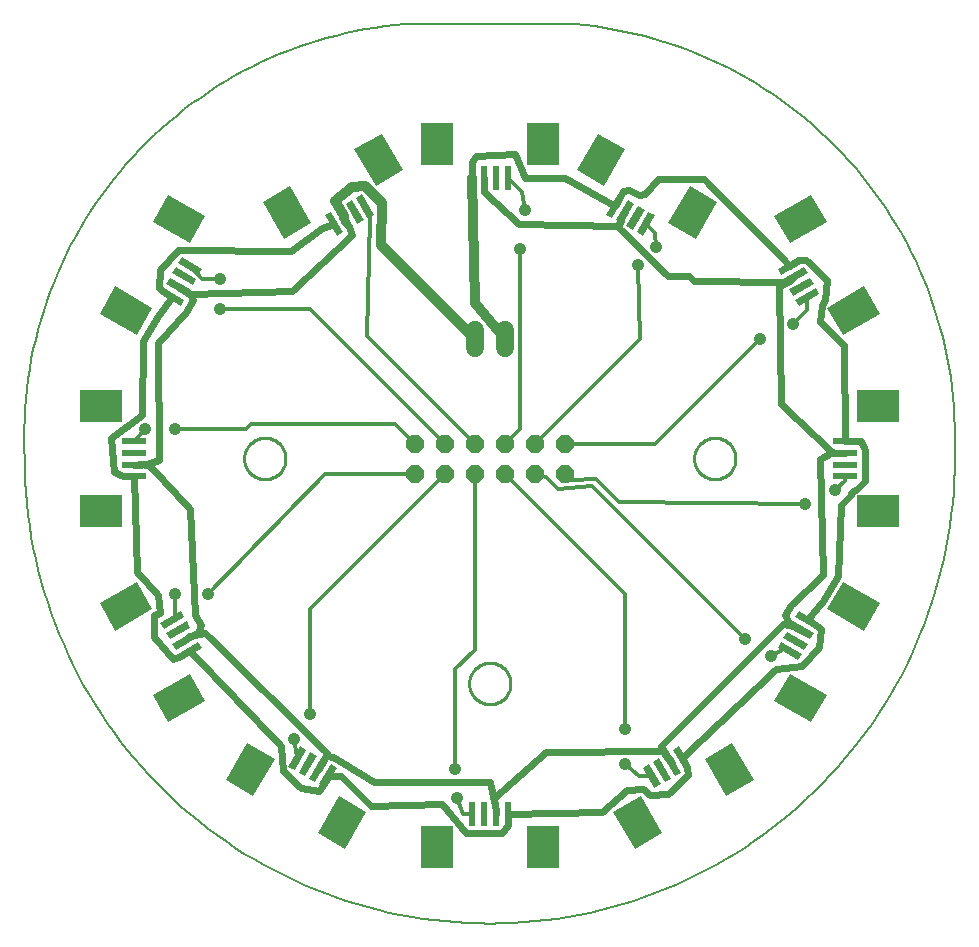
<source format=gtl>
G04 EAGLE Gerber X2 export*
G75*
%MOMM*%
%FSLAX34Y34*%
%LPD*%
%AMOC8*
5,1,8,0,0,1.08239X$1,22.5*%
G01*
%ADD10C,0.000000*%
%ADD11C,0.152400*%
%ADD12P,1.649562X8X22.500000*%
%ADD13C,1.524000*%
%ADD14R,2.006600X0.609600*%
%ADD15R,3.606800X2.667000*%
%ADD16R,0.609600X2.006600*%
%ADD17R,2.667000X3.606800*%
%ADD18C,0.304800*%
%ADD19C,1.058000*%
%ADD20C,0.609600*%
%ADD21C,0.812800*%
%ADD22C,0.254000*%


D10*
X173000Y0D02*
X173005Y429D01*
X173021Y859D01*
X173047Y1287D01*
X173084Y1715D01*
X173132Y2142D01*
X173189Y2568D01*
X173258Y2992D01*
X173336Y3414D01*
X173425Y3834D01*
X173524Y4252D01*
X173634Y4667D01*
X173754Y5080D01*
X173883Y5489D01*
X174023Y5896D01*
X174173Y6298D01*
X174332Y6697D01*
X174501Y7092D01*
X174680Y7482D01*
X174869Y7868D01*
X175066Y8249D01*
X175273Y8626D01*
X175490Y8997D01*
X175715Y9362D01*
X175949Y9722D01*
X176192Y10077D01*
X176444Y10425D01*
X176704Y10767D01*
X176972Y11102D01*
X177249Y11431D01*
X177533Y11752D01*
X177826Y12067D01*
X178126Y12374D01*
X178433Y12674D01*
X178748Y12967D01*
X179069Y13251D01*
X179398Y13528D01*
X179733Y13796D01*
X180075Y14056D01*
X180423Y14308D01*
X180778Y14551D01*
X181138Y14785D01*
X181503Y15010D01*
X181874Y15227D01*
X182251Y15434D01*
X182632Y15631D01*
X183018Y15820D01*
X183408Y15999D01*
X183803Y16168D01*
X184202Y16327D01*
X184604Y16477D01*
X185011Y16617D01*
X185420Y16746D01*
X185833Y16866D01*
X186248Y16976D01*
X186666Y17075D01*
X187086Y17164D01*
X187508Y17242D01*
X187932Y17311D01*
X188358Y17368D01*
X188785Y17416D01*
X189213Y17453D01*
X189641Y17479D01*
X190071Y17495D01*
X190500Y17500D01*
X190929Y17495D01*
X191359Y17479D01*
X191787Y17453D01*
X192215Y17416D01*
X192642Y17368D01*
X193068Y17311D01*
X193492Y17242D01*
X193914Y17164D01*
X194334Y17075D01*
X194752Y16976D01*
X195167Y16866D01*
X195580Y16746D01*
X195989Y16617D01*
X196396Y16477D01*
X196798Y16327D01*
X197197Y16168D01*
X197592Y15999D01*
X197982Y15820D01*
X198368Y15631D01*
X198749Y15434D01*
X199126Y15227D01*
X199497Y15010D01*
X199862Y14785D01*
X200222Y14551D01*
X200577Y14308D01*
X200925Y14056D01*
X201267Y13796D01*
X201602Y13528D01*
X201931Y13251D01*
X202252Y12967D01*
X202567Y12674D01*
X202874Y12374D01*
X203174Y12067D01*
X203467Y11752D01*
X203751Y11431D01*
X204028Y11102D01*
X204296Y10767D01*
X204556Y10425D01*
X204808Y10077D01*
X205051Y9722D01*
X205285Y9362D01*
X205510Y8997D01*
X205727Y8626D01*
X205934Y8249D01*
X206131Y7868D01*
X206320Y7482D01*
X206499Y7092D01*
X206668Y6697D01*
X206827Y6298D01*
X206977Y5896D01*
X207117Y5489D01*
X207246Y5080D01*
X207366Y4667D01*
X207476Y4252D01*
X207575Y3834D01*
X207664Y3414D01*
X207742Y2992D01*
X207811Y2568D01*
X207868Y2142D01*
X207916Y1715D01*
X207953Y1287D01*
X207979Y859D01*
X207995Y429D01*
X208000Y0D01*
X207995Y-429D01*
X207979Y-859D01*
X207953Y-1287D01*
X207916Y-1715D01*
X207868Y-2142D01*
X207811Y-2568D01*
X207742Y-2992D01*
X207664Y-3414D01*
X207575Y-3834D01*
X207476Y-4252D01*
X207366Y-4667D01*
X207246Y-5080D01*
X207117Y-5489D01*
X206977Y-5896D01*
X206827Y-6298D01*
X206668Y-6697D01*
X206499Y-7092D01*
X206320Y-7482D01*
X206131Y-7868D01*
X205934Y-8249D01*
X205727Y-8626D01*
X205510Y-8997D01*
X205285Y-9362D01*
X205051Y-9722D01*
X204808Y-10077D01*
X204556Y-10425D01*
X204296Y-10767D01*
X204028Y-11102D01*
X203751Y-11431D01*
X203467Y-11752D01*
X203174Y-12067D01*
X202874Y-12374D01*
X202567Y-12674D01*
X202252Y-12967D01*
X201931Y-13251D01*
X201602Y-13528D01*
X201267Y-13796D01*
X200925Y-14056D01*
X200577Y-14308D01*
X200222Y-14551D01*
X199862Y-14785D01*
X199497Y-15010D01*
X199126Y-15227D01*
X198749Y-15434D01*
X198368Y-15631D01*
X197982Y-15820D01*
X197592Y-15999D01*
X197197Y-16168D01*
X196798Y-16327D01*
X196396Y-16477D01*
X195989Y-16617D01*
X195580Y-16746D01*
X195167Y-16866D01*
X194752Y-16976D01*
X194334Y-17075D01*
X193914Y-17164D01*
X193492Y-17242D01*
X193068Y-17311D01*
X192642Y-17368D01*
X192215Y-17416D01*
X191787Y-17453D01*
X191359Y-17479D01*
X190929Y-17495D01*
X190500Y-17500D01*
X190071Y-17495D01*
X189641Y-17479D01*
X189213Y-17453D01*
X188785Y-17416D01*
X188358Y-17368D01*
X187932Y-17311D01*
X187508Y-17242D01*
X187086Y-17164D01*
X186666Y-17075D01*
X186248Y-16976D01*
X185833Y-16866D01*
X185420Y-16746D01*
X185011Y-16617D01*
X184604Y-16477D01*
X184202Y-16327D01*
X183803Y-16168D01*
X183408Y-15999D01*
X183018Y-15820D01*
X182632Y-15631D01*
X182251Y-15434D01*
X181874Y-15227D01*
X181503Y-15010D01*
X181138Y-14785D01*
X180778Y-14551D01*
X180423Y-14308D01*
X180075Y-14056D01*
X179733Y-13796D01*
X179398Y-13528D01*
X179069Y-13251D01*
X178748Y-12967D01*
X178433Y-12674D01*
X178126Y-12374D01*
X177826Y-12067D01*
X177533Y-11752D01*
X177249Y-11431D01*
X176972Y-11102D01*
X176704Y-10767D01*
X176444Y-10425D01*
X176192Y-10077D01*
X175949Y-9722D01*
X175715Y-9362D01*
X175490Y-8997D01*
X175273Y-8626D01*
X175066Y-8249D01*
X174869Y-7868D01*
X174680Y-7482D01*
X174501Y-7092D01*
X174332Y-6697D01*
X174173Y-6298D01*
X174023Y-5896D01*
X173883Y-5489D01*
X173754Y-5080D01*
X173634Y-4667D01*
X173524Y-4252D01*
X173425Y-3834D01*
X173336Y-3414D01*
X173258Y-2992D01*
X173189Y-2568D01*
X173132Y-2142D01*
X173084Y-1715D01*
X173047Y-1287D01*
X173021Y-859D01*
X173005Y-429D01*
X173000Y0D01*
X-17500Y-190500D02*
X-17495Y-190071D01*
X-17479Y-189641D01*
X-17453Y-189213D01*
X-17416Y-188785D01*
X-17368Y-188358D01*
X-17311Y-187932D01*
X-17242Y-187508D01*
X-17164Y-187086D01*
X-17075Y-186666D01*
X-16976Y-186248D01*
X-16866Y-185833D01*
X-16746Y-185420D01*
X-16617Y-185011D01*
X-16477Y-184604D01*
X-16327Y-184202D01*
X-16168Y-183803D01*
X-15999Y-183408D01*
X-15820Y-183018D01*
X-15631Y-182632D01*
X-15434Y-182251D01*
X-15227Y-181874D01*
X-15010Y-181503D01*
X-14785Y-181138D01*
X-14551Y-180778D01*
X-14308Y-180423D01*
X-14056Y-180075D01*
X-13796Y-179733D01*
X-13528Y-179398D01*
X-13251Y-179069D01*
X-12967Y-178748D01*
X-12674Y-178433D01*
X-12374Y-178126D01*
X-12067Y-177826D01*
X-11752Y-177533D01*
X-11431Y-177249D01*
X-11102Y-176972D01*
X-10767Y-176704D01*
X-10425Y-176444D01*
X-10077Y-176192D01*
X-9722Y-175949D01*
X-9362Y-175715D01*
X-8997Y-175490D01*
X-8626Y-175273D01*
X-8249Y-175066D01*
X-7868Y-174869D01*
X-7482Y-174680D01*
X-7092Y-174501D01*
X-6697Y-174332D01*
X-6298Y-174173D01*
X-5896Y-174023D01*
X-5489Y-173883D01*
X-5080Y-173754D01*
X-4667Y-173634D01*
X-4252Y-173524D01*
X-3834Y-173425D01*
X-3414Y-173336D01*
X-2992Y-173258D01*
X-2568Y-173189D01*
X-2142Y-173132D01*
X-1715Y-173084D01*
X-1287Y-173047D01*
X-859Y-173021D01*
X-429Y-173005D01*
X0Y-173000D01*
X429Y-173005D01*
X859Y-173021D01*
X1287Y-173047D01*
X1715Y-173084D01*
X2142Y-173132D01*
X2568Y-173189D01*
X2992Y-173258D01*
X3414Y-173336D01*
X3834Y-173425D01*
X4252Y-173524D01*
X4667Y-173634D01*
X5080Y-173754D01*
X5489Y-173883D01*
X5896Y-174023D01*
X6298Y-174173D01*
X6697Y-174332D01*
X7092Y-174501D01*
X7482Y-174680D01*
X7868Y-174869D01*
X8249Y-175066D01*
X8626Y-175273D01*
X8997Y-175490D01*
X9362Y-175715D01*
X9722Y-175949D01*
X10077Y-176192D01*
X10425Y-176444D01*
X10767Y-176704D01*
X11102Y-176972D01*
X11431Y-177249D01*
X11752Y-177533D01*
X12067Y-177826D01*
X12374Y-178126D01*
X12674Y-178433D01*
X12967Y-178748D01*
X13251Y-179069D01*
X13528Y-179398D01*
X13796Y-179733D01*
X14056Y-180075D01*
X14308Y-180423D01*
X14551Y-180778D01*
X14785Y-181138D01*
X15010Y-181503D01*
X15227Y-181874D01*
X15434Y-182251D01*
X15631Y-182632D01*
X15820Y-183018D01*
X15999Y-183408D01*
X16168Y-183803D01*
X16327Y-184202D01*
X16477Y-184604D01*
X16617Y-185011D01*
X16746Y-185420D01*
X16866Y-185833D01*
X16976Y-186248D01*
X17075Y-186666D01*
X17164Y-187086D01*
X17242Y-187508D01*
X17311Y-187932D01*
X17368Y-188358D01*
X17416Y-188785D01*
X17453Y-189213D01*
X17479Y-189641D01*
X17495Y-190071D01*
X17500Y-190500D01*
X17495Y-190929D01*
X17479Y-191359D01*
X17453Y-191787D01*
X17416Y-192215D01*
X17368Y-192642D01*
X17311Y-193068D01*
X17242Y-193492D01*
X17164Y-193914D01*
X17075Y-194334D01*
X16976Y-194752D01*
X16866Y-195167D01*
X16746Y-195580D01*
X16617Y-195989D01*
X16477Y-196396D01*
X16327Y-196798D01*
X16168Y-197197D01*
X15999Y-197592D01*
X15820Y-197982D01*
X15631Y-198368D01*
X15434Y-198749D01*
X15227Y-199126D01*
X15010Y-199497D01*
X14785Y-199862D01*
X14551Y-200222D01*
X14308Y-200577D01*
X14056Y-200925D01*
X13796Y-201267D01*
X13528Y-201602D01*
X13251Y-201931D01*
X12967Y-202252D01*
X12674Y-202567D01*
X12374Y-202874D01*
X12067Y-203174D01*
X11752Y-203467D01*
X11431Y-203751D01*
X11102Y-204028D01*
X10767Y-204296D01*
X10425Y-204556D01*
X10077Y-204808D01*
X9722Y-205051D01*
X9362Y-205285D01*
X8997Y-205510D01*
X8626Y-205727D01*
X8249Y-205934D01*
X7868Y-206131D01*
X7482Y-206320D01*
X7092Y-206499D01*
X6697Y-206668D01*
X6298Y-206827D01*
X5896Y-206977D01*
X5489Y-207117D01*
X5080Y-207246D01*
X4667Y-207366D01*
X4252Y-207476D01*
X3834Y-207575D01*
X3414Y-207664D01*
X2992Y-207742D01*
X2568Y-207811D01*
X2142Y-207868D01*
X1715Y-207916D01*
X1287Y-207953D01*
X859Y-207979D01*
X429Y-207995D01*
X0Y-208000D01*
X-429Y-207995D01*
X-859Y-207979D01*
X-1287Y-207953D01*
X-1715Y-207916D01*
X-2142Y-207868D01*
X-2568Y-207811D01*
X-2992Y-207742D01*
X-3414Y-207664D01*
X-3834Y-207575D01*
X-4252Y-207476D01*
X-4667Y-207366D01*
X-5080Y-207246D01*
X-5489Y-207117D01*
X-5896Y-206977D01*
X-6298Y-206827D01*
X-6697Y-206668D01*
X-7092Y-206499D01*
X-7482Y-206320D01*
X-7868Y-206131D01*
X-8249Y-205934D01*
X-8626Y-205727D01*
X-8997Y-205510D01*
X-9362Y-205285D01*
X-9722Y-205051D01*
X-10077Y-204808D01*
X-10425Y-204556D01*
X-10767Y-204296D01*
X-11102Y-204028D01*
X-11431Y-203751D01*
X-11752Y-203467D01*
X-12067Y-203174D01*
X-12374Y-202874D01*
X-12674Y-202567D01*
X-12967Y-202252D01*
X-13251Y-201931D01*
X-13528Y-201602D01*
X-13796Y-201267D01*
X-14056Y-200925D01*
X-14308Y-200577D01*
X-14551Y-200222D01*
X-14785Y-199862D01*
X-15010Y-199497D01*
X-15227Y-199126D01*
X-15434Y-198749D01*
X-15631Y-198368D01*
X-15820Y-197982D01*
X-15999Y-197592D01*
X-16168Y-197197D01*
X-16327Y-196798D01*
X-16477Y-196396D01*
X-16617Y-195989D01*
X-16746Y-195580D01*
X-16866Y-195167D01*
X-16976Y-194752D01*
X-17075Y-194334D01*
X-17164Y-193914D01*
X-17242Y-193492D01*
X-17311Y-193068D01*
X-17368Y-192642D01*
X-17416Y-192215D01*
X-17453Y-191787D01*
X-17479Y-191359D01*
X-17495Y-190929D01*
X-17500Y-190500D01*
X-208000Y0D02*
X-207995Y429D01*
X-207979Y859D01*
X-207953Y1287D01*
X-207916Y1715D01*
X-207868Y2142D01*
X-207811Y2568D01*
X-207742Y2992D01*
X-207664Y3414D01*
X-207575Y3834D01*
X-207476Y4252D01*
X-207366Y4667D01*
X-207246Y5080D01*
X-207117Y5489D01*
X-206977Y5896D01*
X-206827Y6298D01*
X-206668Y6697D01*
X-206499Y7092D01*
X-206320Y7482D01*
X-206131Y7868D01*
X-205934Y8249D01*
X-205727Y8626D01*
X-205510Y8997D01*
X-205285Y9362D01*
X-205051Y9722D01*
X-204808Y10077D01*
X-204556Y10425D01*
X-204296Y10767D01*
X-204028Y11102D01*
X-203751Y11431D01*
X-203467Y11752D01*
X-203174Y12067D01*
X-202874Y12374D01*
X-202567Y12674D01*
X-202252Y12967D01*
X-201931Y13251D01*
X-201602Y13528D01*
X-201267Y13796D01*
X-200925Y14056D01*
X-200577Y14308D01*
X-200222Y14551D01*
X-199862Y14785D01*
X-199497Y15010D01*
X-199126Y15227D01*
X-198749Y15434D01*
X-198368Y15631D01*
X-197982Y15820D01*
X-197592Y15999D01*
X-197197Y16168D01*
X-196798Y16327D01*
X-196396Y16477D01*
X-195989Y16617D01*
X-195580Y16746D01*
X-195167Y16866D01*
X-194752Y16976D01*
X-194334Y17075D01*
X-193914Y17164D01*
X-193492Y17242D01*
X-193068Y17311D01*
X-192642Y17368D01*
X-192215Y17416D01*
X-191787Y17453D01*
X-191359Y17479D01*
X-190929Y17495D01*
X-190500Y17500D01*
X-190071Y17495D01*
X-189641Y17479D01*
X-189213Y17453D01*
X-188785Y17416D01*
X-188358Y17368D01*
X-187932Y17311D01*
X-187508Y17242D01*
X-187086Y17164D01*
X-186666Y17075D01*
X-186248Y16976D01*
X-185833Y16866D01*
X-185420Y16746D01*
X-185011Y16617D01*
X-184604Y16477D01*
X-184202Y16327D01*
X-183803Y16168D01*
X-183408Y15999D01*
X-183018Y15820D01*
X-182632Y15631D01*
X-182251Y15434D01*
X-181874Y15227D01*
X-181503Y15010D01*
X-181138Y14785D01*
X-180778Y14551D01*
X-180423Y14308D01*
X-180075Y14056D01*
X-179733Y13796D01*
X-179398Y13528D01*
X-179069Y13251D01*
X-178748Y12967D01*
X-178433Y12674D01*
X-178126Y12374D01*
X-177826Y12067D01*
X-177533Y11752D01*
X-177249Y11431D01*
X-176972Y11102D01*
X-176704Y10767D01*
X-176444Y10425D01*
X-176192Y10077D01*
X-175949Y9722D01*
X-175715Y9362D01*
X-175490Y8997D01*
X-175273Y8626D01*
X-175066Y8249D01*
X-174869Y7868D01*
X-174680Y7482D01*
X-174501Y7092D01*
X-174332Y6697D01*
X-174173Y6298D01*
X-174023Y5896D01*
X-173883Y5489D01*
X-173754Y5080D01*
X-173634Y4667D01*
X-173524Y4252D01*
X-173425Y3834D01*
X-173336Y3414D01*
X-173258Y2992D01*
X-173189Y2568D01*
X-173132Y2142D01*
X-173084Y1715D01*
X-173047Y1287D01*
X-173021Y859D01*
X-173005Y429D01*
X-173000Y0D01*
X-173005Y-429D01*
X-173021Y-859D01*
X-173047Y-1287D01*
X-173084Y-1715D01*
X-173132Y-2142D01*
X-173189Y-2568D01*
X-173258Y-2992D01*
X-173336Y-3414D01*
X-173425Y-3834D01*
X-173524Y-4252D01*
X-173634Y-4667D01*
X-173754Y-5080D01*
X-173883Y-5489D01*
X-174023Y-5896D01*
X-174173Y-6298D01*
X-174332Y-6697D01*
X-174501Y-7092D01*
X-174680Y-7482D01*
X-174869Y-7868D01*
X-175066Y-8249D01*
X-175273Y-8626D01*
X-175490Y-8997D01*
X-175715Y-9362D01*
X-175949Y-9722D01*
X-176192Y-10077D01*
X-176444Y-10425D01*
X-176704Y-10767D01*
X-176972Y-11102D01*
X-177249Y-11431D01*
X-177533Y-11752D01*
X-177826Y-12067D01*
X-178126Y-12374D01*
X-178433Y-12674D01*
X-178748Y-12967D01*
X-179069Y-13251D01*
X-179398Y-13528D01*
X-179733Y-13796D01*
X-180075Y-14056D01*
X-180423Y-14308D01*
X-180778Y-14551D01*
X-181138Y-14785D01*
X-181503Y-15010D01*
X-181874Y-15227D01*
X-182251Y-15434D01*
X-182632Y-15631D01*
X-183018Y-15820D01*
X-183408Y-15999D01*
X-183803Y-16168D01*
X-184202Y-16327D01*
X-184604Y-16477D01*
X-185011Y-16617D01*
X-185420Y-16746D01*
X-185833Y-16866D01*
X-186248Y-16976D01*
X-186666Y-17075D01*
X-187086Y-17164D01*
X-187508Y-17242D01*
X-187932Y-17311D01*
X-188358Y-17368D01*
X-188785Y-17416D01*
X-189213Y-17453D01*
X-189641Y-17479D01*
X-190071Y-17495D01*
X-190500Y-17500D01*
X-190929Y-17495D01*
X-191359Y-17479D01*
X-191787Y-17453D01*
X-192215Y-17416D01*
X-192642Y-17368D01*
X-193068Y-17311D01*
X-193492Y-17242D01*
X-193914Y-17164D01*
X-194334Y-17075D01*
X-194752Y-16976D01*
X-195167Y-16866D01*
X-195580Y-16746D01*
X-195989Y-16617D01*
X-196396Y-16477D01*
X-196798Y-16327D01*
X-197197Y-16168D01*
X-197592Y-15999D01*
X-197982Y-15820D01*
X-198368Y-15631D01*
X-198749Y-15434D01*
X-199126Y-15227D01*
X-199497Y-15010D01*
X-199862Y-14785D01*
X-200222Y-14551D01*
X-200577Y-14308D01*
X-200925Y-14056D01*
X-201267Y-13796D01*
X-201602Y-13528D01*
X-201931Y-13251D01*
X-202252Y-12967D01*
X-202567Y-12674D01*
X-202874Y-12374D01*
X-203174Y-12067D01*
X-203467Y-11752D01*
X-203751Y-11431D01*
X-204028Y-11102D01*
X-204296Y-10767D01*
X-204556Y-10425D01*
X-204808Y-10077D01*
X-205051Y-9722D01*
X-205285Y-9362D01*
X-205510Y-8997D01*
X-205727Y-8626D01*
X-205934Y-8249D01*
X-206131Y-7868D01*
X-206320Y-7482D01*
X-206499Y-7092D01*
X-206668Y-6697D01*
X-206827Y-6298D01*
X-206977Y-5896D01*
X-207117Y-5489D01*
X-207246Y-5080D01*
X-207366Y-4667D01*
X-207476Y-4252D01*
X-207575Y-3834D01*
X-207664Y-3414D01*
X-207742Y-2992D01*
X-207811Y-2568D01*
X-207868Y-2142D01*
X-207916Y-1715D01*
X-207953Y-1287D01*
X-207979Y-859D01*
X-207995Y-429D01*
X-208000Y0D01*
D11*
X393700Y0D02*
X393700Y26372D01*
X393389Y34926D01*
X392870Y43470D01*
X392142Y51999D01*
X391207Y60508D01*
X390064Y68992D01*
X388715Y77445D01*
X387161Y85862D01*
X385401Y94240D01*
X383438Y102572D01*
X381272Y110853D01*
X378905Y119079D01*
X376337Y127245D01*
X373572Y135346D01*
X370610Y143377D01*
X367453Y151334D01*
X364102Y159211D01*
X360561Y167004D01*
X356831Y174709D01*
X352914Y182320D01*
X348812Y189834D01*
X344528Y197245D01*
X340065Y204549D01*
X335426Y211743D01*
X330612Y218821D01*
X325627Y225780D01*
X320474Y232615D01*
X315155Y239322D01*
X309675Y245898D01*
X304036Y252338D01*
X298241Y258639D01*
X292295Y264796D01*
X286200Y270807D01*
X279961Y276667D01*
X273580Y282374D01*
X267063Y287923D01*
X260411Y293312D01*
X253631Y298536D01*
X246725Y303594D01*
X239698Y308482D01*
X232553Y313197D01*
X225296Y317737D01*
X217930Y322098D01*
X210460Y326278D01*
X202891Y330275D01*
X195226Y334086D01*
X187470Y337709D01*
X179629Y341142D01*
X171706Y344382D01*
X163706Y347429D01*
X155635Y350279D01*
X147496Y352932D01*
X139295Y355386D01*
X131037Y357638D01*
X122726Y359689D01*
X114368Y361537D01*
X105967Y363180D01*
X97528Y364618D01*
X89057Y365849D01*
X80559Y366874D01*
X72038Y367691D01*
X63500Y368300D01*
X-63500Y368300D01*
X-71934Y367738D01*
X-80351Y366972D01*
X-88748Y366003D01*
X-97119Y364831D01*
X-105459Y363457D01*
X-113763Y361882D01*
X-122027Y360107D01*
X-130245Y358133D01*
X-138414Y355961D01*
X-146527Y353592D01*
X-154581Y351028D01*
X-162571Y348270D01*
X-170492Y345320D01*
X-178339Y342179D01*
X-186108Y338849D01*
X-193794Y335333D01*
X-201393Y331632D01*
X-208900Y327748D01*
X-216312Y323684D01*
X-223622Y319442D01*
X-230829Y315025D01*
X-237926Y310435D01*
X-244911Y305675D01*
X-251778Y300747D01*
X-258524Y295655D01*
X-265146Y290402D01*
X-271638Y284990D01*
X-277998Y279422D01*
X-284221Y273703D01*
X-290305Y267835D01*
X-296244Y261821D01*
X-302037Y255666D01*
X-307679Y249373D01*
X-313168Y242945D01*
X-318500Y236386D01*
X-323671Y229701D01*
X-328680Y222892D01*
X-333523Y215965D01*
X-338196Y208922D01*
X-342699Y201769D01*
X-347027Y194509D01*
X-351178Y187146D01*
X-355150Y179685D01*
X-358941Y172131D01*
X-362548Y164487D01*
X-365970Y156758D01*
X-369203Y148948D01*
X-372247Y141063D01*
X-375100Y133107D01*
X-377759Y125084D01*
X-380224Y116999D01*
X-382493Y108857D01*
X-384564Y100662D01*
X-386437Y92420D01*
X-388110Y84135D01*
X-389583Y75811D01*
X-390853Y67455D01*
X-391922Y59071D01*
X-392787Y50663D01*
X-393450Y42236D01*
X-393908Y33796D01*
X-394162Y25348D01*
X-394212Y16896D01*
X-394058Y8445D01*
X-393700Y0D01*
X-393585Y-9513D01*
X-393240Y-19021D01*
X-392666Y-28518D01*
X-391862Y-37998D01*
X-390829Y-47455D01*
X-389569Y-56885D01*
X-388080Y-66282D01*
X-386365Y-75640D01*
X-384425Y-84954D01*
X-382260Y-94219D01*
X-379872Y-103428D01*
X-377261Y-112577D01*
X-374431Y-121660D01*
X-371382Y-130672D01*
X-368116Y-139608D01*
X-364635Y-148462D01*
X-360941Y-157230D01*
X-357036Y-165906D01*
X-352923Y-174485D01*
X-348604Y-182962D01*
X-344081Y-191332D01*
X-339357Y-199590D01*
X-334436Y-207732D01*
X-329318Y-215753D01*
X-324009Y-223647D01*
X-318510Y-231411D01*
X-312825Y-239040D01*
X-306958Y-246529D01*
X-300911Y-253874D01*
X-294689Y-261071D01*
X-288294Y-268116D01*
X-281731Y-275004D01*
X-275004Y-281731D01*
X-268116Y-288294D01*
X-261071Y-294689D01*
X-253874Y-300911D01*
X-246529Y-306958D01*
X-239040Y-312825D01*
X-231411Y-318510D01*
X-223647Y-324009D01*
X-215753Y-329318D01*
X-207732Y-334436D01*
X-199590Y-339357D01*
X-191332Y-344081D01*
X-182962Y-348604D01*
X-174485Y-352923D01*
X-165906Y-357036D01*
X-157230Y-360941D01*
X-148462Y-364635D01*
X-139608Y-368116D01*
X-130672Y-371382D01*
X-121660Y-374431D01*
X-112577Y-377261D01*
X-103428Y-379872D01*
X-94219Y-382260D01*
X-84954Y-384425D01*
X-75640Y-386365D01*
X-66282Y-388080D01*
X-56885Y-389569D01*
X-47455Y-390829D01*
X-37998Y-391862D01*
X-28518Y-392666D01*
X-19021Y-393240D01*
X-9513Y-393585D01*
X0Y-393700D01*
X9513Y-393585D01*
X19021Y-393240D01*
X28518Y-392666D01*
X37998Y-391862D01*
X47455Y-390829D01*
X56885Y-389569D01*
X66282Y-388080D01*
X75640Y-386365D01*
X84954Y-384425D01*
X94219Y-382260D01*
X103428Y-379872D01*
X112577Y-377261D01*
X121660Y-374431D01*
X130672Y-371382D01*
X139608Y-368116D01*
X148462Y-364635D01*
X157230Y-360941D01*
X165906Y-357036D01*
X174485Y-352923D01*
X182962Y-348604D01*
X191332Y-344081D01*
X199590Y-339357D01*
X207732Y-334436D01*
X215753Y-329318D01*
X223647Y-324009D01*
X231411Y-318510D01*
X239040Y-312825D01*
X246529Y-306958D01*
X253874Y-300911D01*
X261071Y-294689D01*
X268116Y-288294D01*
X275004Y-281731D01*
X281731Y-275004D01*
X288294Y-268116D01*
X294689Y-261071D01*
X300911Y-253874D01*
X306958Y-246529D01*
X312825Y-239040D01*
X318510Y-231411D01*
X324009Y-223647D01*
X329318Y-215753D01*
X334436Y-207732D01*
X339357Y-199590D01*
X344081Y-191332D01*
X348604Y-182962D01*
X352923Y-174485D01*
X357036Y-165906D01*
X360941Y-157230D01*
X364635Y-148462D01*
X368116Y-139608D01*
X371382Y-130672D01*
X374431Y-121660D01*
X377261Y-112577D01*
X379872Y-103428D01*
X382260Y-94219D01*
X384425Y-84954D01*
X386365Y-75640D01*
X388080Y-66282D01*
X389569Y-56885D01*
X390829Y-47455D01*
X391862Y-37998D01*
X392666Y-28518D01*
X393240Y-19021D01*
X393585Y-9513D01*
X393700Y0D01*
D12*
X-63500Y-12700D03*
X-63500Y12700D03*
X-38100Y-12700D03*
X-38100Y12700D03*
X-12700Y-12700D03*
X-12700Y12700D03*
X12700Y-12700D03*
X12700Y12700D03*
X38100Y-12700D03*
X38100Y12700D03*
X63500Y-12700D03*
X63500Y12700D03*
D13*
X-12700Y93980D02*
X-12700Y109220D01*
X12700Y109220D02*
X12700Y93980D01*
D14*
G36*
X115679Y196491D02*
X125711Y213867D01*
X130991Y210819D01*
X120959Y193443D01*
X115679Y196491D01*
G37*
G36*
X124258Y191538D02*
X134290Y208914D01*
X139570Y205866D01*
X129538Y188490D01*
X124258Y191538D01*
G37*
G36*
X98301Y206524D02*
X108333Y223900D01*
X113613Y220852D01*
X103581Y203476D01*
X98301Y206524D01*
G37*
G36*
X106880Y201571D02*
X116912Y218947D01*
X122192Y215899D01*
X112160Y198523D01*
X106880Y201571D01*
G37*
D15*
G36*
X151229Y199136D02*
X169263Y230371D01*
X192359Y217036D01*
X174325Y185801D01*
X151229Y199136D01*
G37*
G36*
X73579Y243967D02*
X91613Y275202D01*
X114709Y261867D01*
X96675Y230632D01*
X73579Y243967D01*
G37*
D16*
X-5080Y-300863D03*
X-14986Y-300863D03*
X14986Y-300863D03*
X5080Y-300863D03*
D17*
X-44831Y-328930D03*
X44831Y-328930D03*
D14*
G36*
X-146667Y-251609D02*
X-156699Y-268985D01*
X-161979Y-265937D01*
X-151947Y-248561D01*
X-146667Y-251609D01*
G37*
G36*
X-155246Y-246656D02*
X-165278Y-264032D01*
X-170558Y-260984D01*
X-160526Y-243608D01*
X-155246Y-246656D01*
G37*
G36*
X-129289Y-261642D02*
X-139321Y-279018D01*
X-144601Y-275970D01*
X-134569Y-258594D01*
X-129289Y-261642D01*
G37*
G36*
X-137868Y-256689D02*
X-147900Y-274065D01*
X-153180Y-271017D01*
X-143148Y-253641D01*
X-137868Y-256689D01*
G37*
D15*
G36*
X-182217Y-254254D02*
X-200251Y-285489D01*
X-223347Y-272154D01*
X-205313Y-240919D01*
X-182217Y-254254D01*
G37*
G36*
X-104567Y-299085D02*
X-122601Y-330320D01*
X-145697Y-316985D01*
X-127663Y-285750D01*
X-104567Y-299085D01*
G37*
D14*
G36*
X-253641Y-143148D02*
X-271017Y-153180D01*
X-274065Y-147900D01*
X-256689Y-137868D01*
X-253641Y-143148D01*
G37*
G36*
X-258594Y-134569D02*
X-275970Y-144601D01*
X-279018Y-139321D01*
X-261642Y-129289D01*
X-258594Y-134569D01*
G37*
G36*
X-243608Y-160526D02*
X-260984Y-170558D01*
X-264032Y-165278D01*
X-246656Y-155246D01*
X-243608Y-160526D01*
G37*
G36*
X-248561Y-151947D02*
X-265937Y-161979D01*
X-268985Y-156699D01*
X-251609Y-146667D01*
X-248561Y-151947D01*
G37*
D15*
G36*
X-285750Y-127663D02*
X-316985Y-145697D01*
X-330320Y-122601D01*
X-299085Y-104567D01*
X-285750Y-127663D01*
G37*
G36*
X-240919Y-205313D02*
X-272154Y-223347D01*
X-285489Y-200251D01*
X-254254Y-182217D01*
X-240919Y-205313D01*
G37*
D16*
X5080Y237871D03*
X14986Y237871D03*
X-14986Y237871D03*
X-5080Y237871D03*
D17*
X44831Y265938D03*
X-44831Y265938D03*
D14*
G36*
X-112160Y198523D02*
X-122192Y215899D01*
X-116912Y218947D01*
X-106880Y201571D01*
X-112160Y198523D01*
G37*
G36*
X-103581Y203476D02*
X-113613Y220852D01*
X-108333Y223900D01*
X-98301Y206524D01*
X-103581Y203476D01*
G37*
G36*
X-129538Y188490D02*
X-139570Y205866D01*
X-134290Y208914D01*
X-124258Y191538D01*
X-129538Y188490D01*
G37*
G36*
X-120959Y193443D02*
X-130991Y210819D01*
X-125711Y213867D01*
X-115679Y196491D01*
X-120959Y193443D01*
G37*
D15*
G36*
X-96675Y230632D02*
X-114709Y261867D01*
X-91613Y275202D01*
X-73579Y243967D01*
X-96675Y230632D01*
G37*
G36*
X-174325Y185801D02*
X-192359Y217036D01*
X-169263Y230371D01*
X-151229Y199136D01*
X-174325Y185801D01*
G37*
D14*
G36*
X-251609Y146667D02*
X-268985Y156699D01*
X-265937Y161979D01*
X-248561Y151947D01*
X-251609Y146667D01*
G37*
G36*
X-246656Y155246D02*
X-264032Y165278D01*
X-260984Y170558D01*
X-243608Y160526D01*
X-246656Y155246D01*
G37*
G36*
X-261642Y129289D02*
X-279018Y139321D01*
X-275970Y144601D01*
X-258594Y134569D01*
X-261642Y129289D01*
G37*
G36*
X-256689Y137868D02*
X-274065Y147900D01*
X-271017Y153180D01*
X-253641Y143148D01*
X-256689Y137868D01*
G37*
D15*
G36*
X-254254Y182217D02*
X-285489Y200251D01*
X-272154Y223347D01*
X-240919Y205313D01*
X-254254Y182217D01*
G37*
G36*
X-299085Y104567D02*
X-330320Y122601D01*
X-316985Y145697D01*
X-285750Y127663D01*
X-299085Y104567D01*
G37*
D14*
X-300863Y5080D03*
X-300863Y14986D03*
X-300863Y-14986D03*
X-300863Y-5080D03*
D15*
X-328930Y44831D03*
X-328930Y-44831D03*
D14*
G36*
X253641Y143148D02*
X271017Y153180D01*
X274065Y147900D01*
X256689Y137868D01*
X253641Y143148D01*
G37*
G36*
X258594Y134569D02*
X275970Y144601D01*
X279018Y139321D01*
X261642Y129289D01*
X258594Y134569D01*
G37*
G36*
X243608Y160526D02*
X260984Y170558D01*
X264032Y165278D01*
X246656Y155246D01*
X243608Y160526D01*
G37*
G36*
X248561Y151947D02*
X265937Y161979D01*
X268985Y156699D01*
X251609Y146667D01*
X248561Y151947D01*
G37*
D15*
G36*
X285750Y127663D02*
X316985Y145697D01*
X330320Y122601D01*
X299085Y104567D01*
X285750Y127663D01*
G37*
G36*
X240919Y205313D02*
X272154Y223347D01*
X285489Y200251D01*
X254254Y182217D01*
X240919Y205313D01*
G37*
D14*
X300863Y-5080D03*
X300863Y-14986D03*
X300863Y14986D03*
X300863Y5080D03*
D15*
X328930Y-44831D03*
X328930Y44831D03*
D14*
G36*
X251609Y-146667D02*
X268985Y-156699D01*
X265937Y-161979D01*
X248561Y-151947D01*
X251609Y-146667D01*
G37*
G36*
X246656Y-155246D02*
X264032Y-165278D01*
X260984Y-170558D01*
X243608Y-160526D01*
X246656Y-155246D01*
G37*
G36*
X261642Y-129289D02*
X279018Y-139321D01*
X275970Y-144601D01*
X258594Y-134569D01*
X261642Y-129289D01*
G37*
G36*
X256689Y-137868D02*
X274065Y-147900D01*
X271017Y-153180D01*
X253641Y-143148D01*
X256689Y-137868D01*
G37*
D15*
G36*
X254254Y-182217D02*
X285489Y-200251D01*
X272154Y-223347D01*
X240919Y-205313D01*
X254254Y-182217D01*
G37*
G36*
X299085Y-104567D02*
X330320Y-122601D01*
X316985Y-145697D01*
X285750Y-127663D01*
X299085Y-104567D01*
G37*
D14*
G36*
X143148Y-253641D02*
X153180Y-271017D01*
X147900Y-274065D01*
X137868Y-256689D01*
X143148Y-253641D01*
G37*
G36*
X134569Y-258594D02*
X144601Y-275970D01*
X139321Y-279018D01*
X129289Y-261642D01*
X134569Y-258594D01*
G37*
G36*
X160526Y-243608D02*
X170558Y-260984D01*
X165278Y-264032D01*
X155246Y-246656D01*
X160526Y-243608D01*
G37*
G36*
X151947Y-248561D02*
X161979Y-265937D01*
X156699Y-268985D01*
X146667Y-251609D01*
X151947Y-248561D01*
G37*
D15*
G36*
X127663Y-285750D02*
X145697Y-316985D01*
X122601Y-330320D01*
X104567Y-299085D01*
X127663Y-285750D01*
G37*
G36*
X205313Y-240919D02*
X223347Y-272154D01*
X200251Y-285489D01*
X182217Y-254254D01*
X205313Y-240919D01*
G37*
D18*
X268806Y126018D02*
X268806Y136945D01*
X268806Y126018D02*
X257088Y114300D01*
D19*
X257088Y114300D03*
X228600Y101600D03*
D18*
X139700Y12700D01*
X63500Y12700D01*
X139700Y190916D02*
X131914Y198702D01*
X139700Y190916D02*
X140970Y179070D01*
D19*
X140970Y179070D03*
X125730Y163830D03*
D18*
X127000Y101600D01*
X38100Y12700D01*
X27280Y225577D02*
X14986Y237871D01*
X27280Y225577D02*
X29820Y210479D01*
D19*
X29820Y210479D03*
X25400Y177800D03*
D18*
X25400Y25400D01*
X12700Y12700D01*
X-102147Y207338D02*
X-105957Y213688D01*
X-102147Y207338D02*
X-101069Y203720D01*
X-103609Y103609D02*
X-12700Y12700D01*
X-103609Y103609D02*
X-101069Y203720D01*
X-243318Y152400D02*
X-253820Y162902D01*
X-243318Y152400D02*
X-228600Y152400D01*
D19*
X-228600Y152400D03*
X-228600Y127000D03*
D18*
X-152400Y127000D01*
X-38100Y12700D01*
X-297152Y18697D02*
X-300863Y14986D01*
X-297152Y18697D02*
X-292072Y25400D01*
D19*
X-292072Y25400D03*
X-266700Y25400D03*
D18*
X-206372Y25400D01*
X-202588Y29184D01*
X-79984Y29184D01*
X-63500Y12700D01*
X300863Y-14986D02*
X300863Y-19149D01*
X292072Y-26670D01*
D19*
X292072Y-26670D03*
X266700Y-38100D03*
D18*
X109336Y-36830D01*
X89524Y-17018D01*
X69088Y-18288D02*
X63500Y-12700D01*
X69088Y-18288D02*
X89524Y-17018D01*
X248486Y-159092D02*
X253820Y-162902D01*
X248486Y-159092D02*
X246969Y-161879D01*
X238405Y-167285D01*
D19*
X238405Y-167285D03*
X215900Y-152400D03*
D18*
X47862Y-15240D02*
X38100Y-12700D01*
X47862Y-15240D02*
X58022Y-25400D01*
X86360Y-22860D02*
X215900Y-152400D01*
X86360Y-22860D02*
X58022Y-25400D01*
X126018Y-268806D02*
X136945Y-268806D01*
X126018Y-268806D02*
X114300Y-258358D01*
D19*
X114300Y-258358D03*
X114300Y-228600D03*
D18*
X114300Y-114300D01*
X12700Y-12700D01*
X-14986Y-300863D02*
X-22718Y-300863D01*
X-27699Y-286992D01*
D19*
X-27699Y-286992D03*
X-29210Y-262890D03*
D18*
X-29184Y-178412D02*
X-12700Y-161928D01*
X-12700Y-12700D01*
X-29184Y-257784D02*
X-29210Y-262890D01*
X-29184Y-257784D02*
X-29184Y-178412D01*
X-162902Y-252949D02*
X-162902Y-253820D01*
X-162902Y-252949D02*
X-166015Y-237135D01*
D19*
X-166015Y-237135D03*
X-152400Y-215900D03*
D18*
X-152400Y-127000D01*
X-38100Y-12700D01*
X-266700Y-134839D02*
X-268806Y-136945D01*
X-266700Y-134839D02*
X-266700Y-114300D01*
D19*
X-266700Y-114300D03*
X-238760Y-114300D03*
D18*
X-139700Y-12700D01*
X-63500Y-12700D01*
D20*
X-261674Y-166885D02*
X-267970Y-169425D01*
X-298323Y-95850D02*
X-300863Y-14986D01*
X-256420Y-164172D02*
X-261674Y-166885D01*
X-256420Y-164172D02*
X-253820Y-162902D01*
X-280844Y-115869D02*
X-298323Y-95850D01*
X-280844Y-115869D02*
X-279574Y-130966D01*
X-283925Y-132778D01*
X-283925Y-150930D01*
X-267970Y-169425D01*
X-136945Y-268806D02*
X-137863Y-270397D01*
X-176734Y-243798D02*
X-253820Y-162902D01*
X-176734Y-243798D02*
X-175464Y-264287D01*
X-137863Y-270397D02*
X-137863Y-270967D01*
X-144599Y-281512D01*
X-159509Y-278972D02*
X-175464Y-264287D01*
X-159509Y-278972D02*
X-144599Y-281512D01*
X-136945Y-268806D02*
X-125962Y-268806D01*
X-40248Y-292608D02*
X-19928Y-316738D01*
X10022Y-316738D01*
X-100890Y-293878D02*
X-125962Y-268806D01*
X-100890Y-293878D02*
X-40248Y-292608D01*
X10022Y-316738D02*
X14986Y-310504D01*
X14986Y-300863D01*
X168155Y-267970D02*
X166885Y-261674D01*
X94580Y-299593D02*
X14986Y-300863D01*
X165442Y-257690D02*
X166885Y-261674D01*
X165442Y-257690D02*
X162902Y-253820D01*
X115869Y-280844D02*
X94580Y-299593D01*
X115869Y-280844D02*
X129696Y-279574D01*
X135318Y-285195D01*
X150930Y-283925D01*
X168155Y-267970D01*
X268806Y-136945D02*
X270397Y-137863D01*
X242528Y-178004D02*
X162902Y-253820D01*
X242528Y-178004D02*
X264287Y-175464D01*
X270397Y-137863D02*
X270967Y-137863D01*
X280242Y-144599D01*
X278972Y-159509D02*
X264287Y-175464D01*
X278972Y-159509D02*
X280242Y-144599D01*
X268806Y-136945D02*
X282456Y-120755D01*
X294802Y-99371D01*
X318008Y7482D02*
X314060Y15240D01*
X305689Y15240D01*
X300863Y14986D01*
X318008Y7482D02*
X318008Y-18658D01*
X297342Y-39323D02*
X294802Y-99371D01*
X267970Y168155D02*
X261674Y168155D01*
X299593Y95850D02*
X300863Y14986D01*
X255150Y164172D02*
X261674Y168155D01*
X255150Y164172D02*
X253820Y162902D01*
X279574Y115869D02*
X299593Y95850D01*
X279574Y115869D02*
X280844Y129696D01*
X283925Y134048D01*
X285195Y150930D01*
X267970Y168155D01*
X131249Y223804D02*
X126118Y222723D01*
X117559Y227664D01*
X112630Y226684D01*
X107327Y216228D01*
X105957Y213688D01*
X181444Y236548D02*
X253820Y162902D01*
X181444Y236548D02*
X142723Y236548D01*
X131249Y223804D01*
X-11292Y256286D02*
X-15240Y251068D01*
X-15240Y241427D01*
X-14986Y237871D01*
X21198Y257556D02*
X29453Y237871D01*
X21198Y257556D02*
X-11292Y256286D01*
X64071Y237871D02*
X105957Y213688D01*
X64071Y237871D02*
X29453Y237871D01*
X-268806Y136945D02*
X-270397Y137863D01*
X-142184Y194892D02*
X-131914Y198702D01*
X-270397Y137863D02*
X-270967Y137863D01*
X-167961Y175464D02*
X-142184Y194892D01*
X-167961Y175464D02*
X-264287Y176734D01*
X-280242Y144599D02*
X-270967Y137863D01*
X-278972Y159509D02*
X-264287Y176734D01*
X-278972Y159509D02*
X-280242Y144599D01*
X-281186Y120755D02*
X-293532Y99371D01*
X-281186Y120755D02*
X-268806Y136945D01*
X-320548Y17388D02*
X-318008Y-11292D01*
X-294802Y36783D02*
X-293532Y99371D01*
X-300863Y-14986D02*
X-310504Y-14986D01*
X-318008Y-11292D01*
X-320548Y17388D02*
X-294802Y36783D01*
D21*
X-12446Y131826D02*
X-14986Y237871D01*
X-12446Y131826D02*
X12700Y101600D01*
D20*
X297342Y-39323D02*
X305816Y-30850D01*
X305816Y-29392D01*
X308792Y-26416D01*
X310250Y-26416D01*
X318008Y-18658D01*
X-260043Y142884D02*
X-263853Y145524D01*
X-260043Y142884D02*
X-253397Y138851D01*
X-251147Y133922D01*
X-257359Y124093D01*
X-279908Y-1132D02*
X-287666Y-3810D01*
X-295783Y-5080D01*
X-300863Y-5080D01*
X-281178Y97734D02*
X-257359Y124093D01*
X-281178Y97734D02*
X-279908Y-1132D01*
X-294767Y-4826D02*
X-300863Y-5080D01*
X-294767Y-4826D02*
X-287666Y-6096D01*
X-249881Y-132668D02*
X-249866Y-132672D01*
X-244924Y-141231D01*
X-247174Y-147430D01*
X-254361Y-150846D01*
X-257503Y-152660D01*
X-258773Y-154323D01*
X-249881Y-132668D02*
X-249877Y-132664D01*
X-253687Y-42615D02*
X-287666Y-6096D01*
X-253687Y-42615D02*
X-249877Y-132664D01*
X-254867Y-150339D02*
X-254361Y-150846D01*
X-137950Y-249576D02*
X-140490Y-255253D01*
X-144254Y-261557D01*
X-145524Y-263853D01*
X-240997Y-147799D02*
X-254867Y-150339D01*
X-240997Y-147799D02*
X-137950Y-249576D01*
X-144154Y-261313D02*
X-145524Y-263853D01*
X-144154Y-261313D02*
X-138851Y-252127D01*
X-132652Y-252417D01*
X-124093Y-257359D01*
X-138Y-273558D02*
X3810Y-290206D01*
X5080Y-298323D01*
X5080Y-300863D01*
X-97734Y-273558D02*
X-124093Y-257359D01*
X-97734Y-273558D02*
X-138Y-273558D01*
X150446Y-254000D02*
X152400Y-254000D01*
X150446Y-254000D02*
X146449Y-247464D01*
X4826Y-298577D02*
X5080Y-300863D01*
X4826Y-298577D02*
X3556Y-287666D01*
X47568Y-248734D01*
X146449Y-247464D01*
X152400Y-254000D02*
X153053Y-255923D01*
X154323Y-258773D01*
X248306Y-140490D02*
X257157Y-141760D01*
X259650Y-142984D01*
X263853Y-145524D01*
X151783Y-255426D02*
X154323Y-258773D01*
X151783Y-255426D02*
X150339Y-251443D01*
X145259Y-243537D01*
X248306Y-140490D01*
X261313Y-144154D02*
X263853Y-145524D01*
X261313Y-144154D02*
X253397Y-138851D01*
X249877Y-132652D01*
X254819Y-124093D01*
X279908Y-138D02*
X288936Y5080D01*
X292100Y5080D01*
X300863Y5080D01*
X282448Y-99004D02*
X254819Y-124093D01*
X282448Y-99004D02*
X279908Y-138D01*
X254000Y150446D02*
X254000Y152400D01*
X254000Y150446D02*
X244924Y146450D01*
X289560Y5472D02*
X292100Y5080D01*
X289560Y5472D02*
X246194Y46298D01*
X244924Y146450D01*
X254000Y152400D02*
X255923Y153053D01*
X258773Y154323D01*
X255471Y151783D01*
X250218Y149069D01*
X110772Y201253D02*
X108232Y195728D01*
X110772Y201253D02*
X111996Y205016D01*
X114536Y208735D01*
X168948Y154323D02*
X172932Y150339D01*
X168948Y154323D02*
X150908Y154323D01*
X172932Y150339D02*
X250218Y149069D01*
X150908Y154323D02*
X108232Y195728D01*
X-260043Y142984D02*
X-263853Y145524D01*
X-260043Y142984D02*
X-253739Y139220D01*
X-116811Y189505D02*
X-119351Y196325D01*
X-123335Y200308D01*
X-123335Y203655D01*
X-167096Y141760D02*
X-253739Y139220D01*
X-167096Y141760D02*
X-116811Y189505D01*
X-5080Y225944D02*
X-5080Y237871D01*
X111996Y205016D02*
X112060Y205016D01*
X108153Y197299D01*
X24835Y198569D02*
X-5080Y225944D01*
X24835Y198569D02*
X108153Y197299D01*
D21*
X-126919Y211539D02*
X-130729Y218384D01*
X-123335Y205415D02*
X-123335Y203655D01*
X-123335Y205415D02*
X-126919Y211539D01*
X-92304Y181204D02*
X-12700Y101600D01*
X-92304Y181204D02*
X-91034Y216352D01*
X-105850Y231168D01*
X-116675Y229898D02*
X-130729Y218384D01*
X-116675Y229898D02*
X-105850Y231168D01*
D22*
X208000Y-573D02*
X207925Y-1716D01*
X207776Y-2852D01*
X207552Y-3976D01*
X207255Y-5083D01*
X206887Y-6168D01*
X206449Y-7226D01*
X205942Y-8254D01*
X205369Y-9246D01*
X204732Y-10199D01*
X204035Y-11108D01*
X203279Y-11969D01*
X202469Y-12779D01*
X201608Y-13535D01*
X200699Y-14232D01*
X199746Y-14869D01*
X198754Y-15442D01*
X197726Y-15949D01*
X196668Y-16387D01*
X195583Y-16755D01*
X194476Y-17052D01*
X193352Y-17276D01*
X192216Y-17425D01*
X191073Y-17500D01*
X189927Y-17500D01*
X188784Y-17425D01*
X187648Y-17276D01*
X186524Y-17052D01*
X185417Y-16755D01*
X184332Y-16387D01*
X183274Y-15949D01*
X182246Y-15442D01*
X181254Y-14869D01*
X180301Y-14232D01*
X179392Y-13535D01*
X178531Y-12779D01*
X177721Y-11969D01*
X176965Y-11108D01*
X176268Y-10199D01*
X175631Y-9246D01*
X175058Y-8254D01*
X174551Y-7226D01*
X174113Y-6168D01*
X173745Y-5083D01*
X173448Y-3976D01*
X173225Y-2852D01*
X173075Y-1716D01*
X173000Y-573D01*
X173000Y573D01*
X173075Y1716D01*
X173225Y2852D01*
X173448Y3976D01*
X173745Y5083D01*
X174113Y6168D01*
X174551Y7226D01*
X175058Y8254D01*
X175631Y9246D01*
X176268Y10199D01*
X176965Y11108D01*
X177721Y11969D01*
X178531Y12779D01*
X179392Y13535D01*
X180301Y14232D01*
X181254Y14869D01*
X182246Y15442D01*
X183274Y15949D01*
X184332Y16387D01*
X185417Y16755D01*
X186524Y17052D01*
X187648Y17276D01*
X188784Y17425D01*
X189927Y17500D01*
X191073Y17500D01*
X192216Y17425D01*
X193352Y17276D01*
X194476Y17052D01*
X195583Y16755D01*
X196668Y16387D01*
X197726Y15949D01*
X198754Y15442D01*
X199746Y14869D01*
X200699Y14232D01*
X201608Y13535D01*
X202469Y12779D01*
X203279Y11969D01*
X204035Y11108D01*
X204732Y10199D01*
X205369Y9246D01*
X205942Y8254D01*
X206449Y7226D01*
X206887Y6168D01*
X207255Y5083D01*
X207552Y3976D01*
X207776Y2852D01*
X207925Y1716D01*
X208000Y573D01*
X208000Y-573D01*
X17500Y-191073D02*
X17425Y-192216D01*
X17276Y-193352D01*
X17052Y-194476D01*
X16755Y-195583D01*
X16387Y-196668D01*
X15949Y-197726D01*
X15442Y-198754D01*
X14869Y-199746D01*
X14232Y-200699D01*
X13535Y-201608D01*
X12779Y-202469D01*
X11969Y-203279D01*
X11108Y-204035D01*
X10199Y-204732D01*
X9246Y-205369D01*
X8254Y-205942D01*
X7226Y-206449D01*
X6168Y-206887D01*
X5083Y-207255D01*
X3976Y-207552D01*
X2852Y-207776D01*
X1716Y-207925D01*
X573Y-208000D01*
X-573Y-208000D01*
X-1716Y-207925D01*
X-2852Y-207776D01*
X-3976Y-207552D01*
X-5083Y-207255D01*
X-6168Y-206887D01*
X-7226Y-206449D01*
X-8254Y-205942D01*
X-9246Y-205369D01*
X-10199Y-204732D01*
X-11108Y-204035D01*
X-11969Y-203279D01*
X-12779Y-202469D01*
X-13535Y-201608D01*
X-14232Y-200699D01*
X-14869Y-199746D01*
X-15442Y-198754D01*
X-15949Y-197726D01*
X-16387Y-196668D01*
X-16755Y-195583D01*
X-17052Y-194476D01*
X-17276Y-193352D01*
X-17425Y-192216D01*
X-17500Y-191073D01*
X-17500Y-189927D01*
X-17425Y-188784D01*
X-17276Y-187648D01*
X-17052Y-186524D01*
X-16755Y-185417D01*
X-16387Y-184332D01*
X-15949Y-183274D01*
X-15442Y-182246D01*
X-14869Y-181254D01*
X-14232Y-180301D01*
X-13535Y-179392D01*
X-12779Y-178531D01*
X-11969Y-177721D01*
X-11108Y-176965D01*
X-10199Y-176268D01*
X-9246Y-175631D01*
X-8254Y-175058D01*
X-7226Y-174551D01*
X-6168Y-174113D01*
X-5083Y-173745D01*
X-3976Y-173448D01*
X-2852Y-173225D01*
X-1716Y-173075D01*
X-573Y-173000D01*
X573Y-173000D01*
X1716Y-173075D01*
X2852Y-173225D01*
X3976Y-173448D01*
X5083Y-173745D01*
X6168Y-174113D01*
X7226Y-174551D01*
X8254Y-175058D01*
X9246Y-175631D01*
X10199Y-176268D01*
X11108Y-176965D01*
X11969Y-177721D01*
X12779Y-178531D01*
X13535Y-179392D01*
X14232Y-180301D01*
X14869Y-181254D01*
X15442Y-182246D01*
X15949Y-183274D01*
X16387Y-184332D01*
X16755Y-185417D01*
X17052Y-186524D01*
X17276Y-187648D01*
X17425Y-188784D01*
X17500Y-189927D01*
X17500Y-191073D01*
X-173000Y-573D02*
X-173075Y-1716D01*
X-173225Y-2852D01*
X-173448Y-3976D01*
X-173745Y-5083D01*
X-174113Y-6168D01*
X-174551Y-7226D01*
X-175058Y-8254D01*
X-175631Y-9246D01*
X-176268Y-10199D01*
X-176965Y-11108D01*
X-177721Y-11969D01*
X-178531Y-12779D01*
X-179392Y-13535D01*
X-180301Y-14232D01*
X-181254Y-14869D01*
X-182246Y-15442D01*
X-183274Y-15949D01*
X-184332Y-16387D01*
X-185417Y-16755D01*
X-186524Y-17052D01*
X-187648Y-17276D01*
X-188784Y-17425D01*
X-189927Y-17500D01*
X-191073Y-17500D01*
X-192216Y-17425D01*
X-193352Y-17276D01*
X-194476Y-17052D01*
X-195583Y-16755D01*
X-196668Y-16387D01*
X-197726Y-15949D01*
X-198754Y-15442D01*
X-199746Y-14869D01*
X-200699Y-14232D01*
X-201608Y-13535D01*
X-202469Y-12779D01*
X-203279Y-11969D01*
X-204035Y-11108D01*
X-204732Y-10199D01*
X-205369Y-9246D01*
X-205942Y-8254D01*
X-206449Y-7226D01*
X-206887Y-6168D01*
X-207255Y-5083D01*
X-207552Y-3976D01*
X-207776Y-2852D01*
X-207925Y-1716D01*
X-208000Y-573D01*
X-208000Y573D01*
X-207925Y1716D01*
X-207776Y2852D01*
X-207552Y3976D01*
X-207255Y5083D01*
X-206887Y6168D01*
X-206449Y7226D01*
X-205942Y8254D01*
X-205369Y9246D01*
X-204732Y10199D01*
X-204035Y11108D01*
X-203279Y11969D01*
X-202469Y12779D01*
X-201608Y13535D01*
X-200699Y14232D01*
X-199746Y14869D01*
X-198754Y15442D01*
X-197726Y15949D01*
X-196668Y16387D01*
X-195583Y16755D01*
X-194476Y17052D01*
X-193352Y17276D01*
X-192216Y17425D01*
X-191073Y17500D01*
X-189927Y17500D01*
X-188784Y17425D01*
X-187648Y17276D01*
X-186524Y17052D01*
X-185417Y16755D01*
X-184332Y16387D01*
X-183274Y15949D01*
X-182246Y15442D01*
X-181254Y14869D01*
X-180301Y14232D01*
X-179392Y13535D01*
X-178531Y12779D01*
X-177721Y11969D01*
X-176965Y11108D01*
X-176268Y10199D01*
X-175631Y9246D01*
X-175058Y8254D01*
X-174551Y7226D01*
X-174113Y6168D01*
X-173745Y5083D01*
X-173448Y3976D01*
X-173225Y2852D01*
X-173075Y1716D01*
X-173000Y573D01*
X-173000Y-573D01*
X208000Y-573D02*
X207925Y-1716D01*
X207776Y-2852D01*
X207552Y-3976D01*
X207255Y-5083D01*
X206887Y-6168D01*
X206449Y-7226D01*
X205942Y-8254D01*
X205369Y-9246D01*
X204732Y-10199D01*
X204035Y-11108D01*
X203279Y-11969D01*
X202469Y-12779D01*
X201608Y-13535D01*
X200699Y-14232D01*
X199746Y-14869D01*
X198754Y-15442D01*
X197726Y-15949D01*
X196668Y-16387D01*
X195583Y-16755D01*
X194476Y-17052D01*
X193352Y-17276D01*
X192216Y-17425D01*
X191073Y-17500D01*
X189927Y-17500D01*
X188784Y-17425D01*
X187648Y-17276D01*
X186524Y-17052D01*
X185417Y-16755D01*
X184332Y-16387D01*
X183274Y-15949D01*
X182246Y-15442D01*
X181254Y-14869D01*
X180301Y-14232D01*
X179392Y-13535D01*
X178531Y-12779D01*
X177721Y-11969D01*
X176965Y-11108D01*
X176268Y-10199D01*
X175631Y-9246D01*
X175058Y-8254D01*
X174551Y-7226D01*
X174113Y-6168D01*
X173745Y-5083D01*
X173448Y-3976D01*
X173225Y-2852D01*
X173075Y-1716D01*
X173000Y-573D01*
X173000Y573D01*
X173075Y1716D01*
X173225Y2852D01*
X173448Y3976D01*
X173745Y5083D01*
X174113Y6168D01*
X174551Y7226D01*
X175058Y8254D01*
X175631Y9246D01*
X176268Y10199D01*
X176965Y11108D01*
X177721Y11969D01*
X178531Y12779D01*
X179392Y13535D01*
X180301Y14232D01*
X181254Y14869D01*
X182246Y15442D01*
X183274Y15949D01*
X184332Y16387D01*
X185417Y16755D01*
X186524Y17052D01*
X187648Y17276D01*
X188784Y17425D01*
X189927Y17500D01*
X191073Y17500D01*
X192216Y17425D01*
X193352Y17276D01*
X194476Y17052D01*
X195583Y16755D01*
X196668Y16387D01*
X197726Y15949D01*
X198754Y15442D01*
X199746Y14869D01*
X200699Y14232D01*
X201608Y13535D01*
X202469Y12779D01*
X203279Y11969D01*
X204035Y11108D01*
X204732Y10199D01*
X205369Y9246D01*
X205942Y8254D01*
X206449Y7226D01*
X206887Y6168D01*
X207255Y5083D01*
X207552Y3976D01*
X207776Y2852D01*
X207925Y1716D01*
X208000Y573D01*
X208000Y-573D01*
X17500Y-191073D02*
X17425Y-192216D01*
X17276Y-193352D01*
X17052Y-194476D01*
X16755Y-195583D01*
X16387Y-196668D01*
X15949Y-197726D01*
X15442Y-198754D01*
X14869Y-199746D01*
X14232Y-200699D01*
X13535Y-201608D01*
X12779Y-202469D01*
X11969Y-203279D01*
X11108Y-204035D01*
X10199Y-204732D01*
X9246Y-205369D01*
X8254Y-205942D01*
X7226Y-206449D01*
X6168Y-206887D01*
X5083Y-207255D01*
X3976Y-207552D01*
X2852Y-207776D01*
X1716Y-207925D01*
X573Y-208000D01*
X-573Y-208000D01*
X-1716Y-207925D01*
X-2852Y-207776D01*
X-3976Y-207552D01*
X-5083Y-207255D01*
X-6168Y-206887D01*
X-7226Y-206449D01*
X-8254Y-205942D01*
X-9246Y-205369D01*
X-10199Y-204732D01*
X-11108Y-204035D01*
X-11969Y-203279D01*
X-12779Y-202469D01*
X-13535Y-201608D01*
X-14232Y-200699D01*
X-14869Y-199746D01*
X-15442Y-198754D01*
X-15949Y-197726D01*
X-16387Y-196668D01*
X-16755Y-195583D01*
X-17052Y-194476D01*
X-17276Y-193352D01*
X-17425Y-192216D01*
X-17500Y-191073D01*
X-17500Y-189927D01*
X-17425Y-188784D01*
X-17276Y-187648D01*
X-17052Y-186524D01*
X-16755Y-185417D01*
X-16387Y-184332D01*
X-15949Y-183274D01*
X-15442Y-182246D01*
X-14869Y-181254D01*
X-14232Y-180301D01*
X-13535Y-179392D01*
X-12779Y-178531D01*
X-11969Y-177721D01*
X-11108Y-176965D01*
X-10199Y-176268D01*
X-9246Y-175631D01*
X-8254Y-175058D01*
X-7226Y-174551D01*
X-6168Y-174113D01*
X-5083Y-173745D01*
X-3976Y-173448D01*
X-2852Y-173225D01*
X-1716Y-173075D01*
X-573Y-173000D01*
X573Y-173000D01*
X1716Y-173075D01*
X2852Y-173225D01*
X3976Y-173448D01*
X5083Y-173745D01*
X6168Y-174113D01*
X7226Y-174551D01*
X8254Y-175058D01*
X9246Y-175631D01*
X10199Y-176268D01*
X11108Y-176965D01*
X11969Y-177721D01*
X12779Y-178531D01*
X13535Y-179392D01*
X14232Y-180301D01*
X14869Y-181254D01*
X15442Y-182246D01*
X15949Y-183274D01*
X16387Y-184332D01*
X16755Y-185417D01*
X17052Y-186524D01*
X17276Y-187648D01*
X17425Y-188784D01*
X17500Y-189927D01*
X17500Y-191073D01*
X-173000Y-573D02*
X-173075Y-1716D01*
X-173225Y-2852D01*
X-173448Y-3976D01*
X-173745Y-5083D01*
X-174113Y-6168D01*
X-174551Y-7226D01*
X-175058Y-8254D01*
X-175631Y-9246D01*
X-176268Y-10199D01*
X-176965Y-11108D01*
X-177721Y-11969D01*
X-178531Y-12779D01*
X-179392Y-13535D01*
X-180301Y-14232D01*
X-181254Y-14869D01*
X-182246Y-15442D01*
X-183274Y-15949D01*
X-184332Y-16387D01*
X-185417Y-16755D01*
X-186524Y-17052D01*
X-187648Y-17276D01*
X-188784Y-17425D01*
X-189927Y-17500D01*
X-191073Y-17500D01*
X-192216Y-17425D01*
X-193352Y-17276D01*
X-194476Y-17052D01*
X-195583Y-16755D01*
X-196668Y-16387D01*
X-197726Y-15949D01*
X-198754Y-15442D01*
X-199746Y-14869D01*
X-200699Y-14232D01*
X-201608Y-13535D01*
X-202469Y-12779D01*
X-203279Y-11969D01*
X-204035Y-11108D01*
X-204732Y-10199D01*
X-205369Y-9246D01*
X-205942Y-8254D01*
X-206449Y-7226D01*
X-206887Y-6168D01*
X-207255Y-5083D01*
X-207552Y-3976D01*
X-207776Y-2852D01*
X-207925Y-1716D01*
X-208000Y-573D01*
X-208000Y573D01*
X-207925Y1716D01*
X-207776Y2852D01*
X-207552Y3976D01*
X-207255Y5083D01*
X-206887Y6168D01*
X-206449Y7226D01*
X-205942Y8254D01*
X-205369Y9246D01*
X-204732Y10199D01*
X-204035Y11108D01*
X-203279Y11969D01*
X-202469Y12779D01*
X-201608Y13535D01*
X-200699Y14232D01*
X-199746Y14869D01*
X-198754Y15442D01*
X-197726Y15949D01*
X-196668Y16387D01*
X-195583Y16755D01*
X-194476Y17052D01*
X-193352Y17276D01*
X-192216Y17425D01*
X-191073Y17500D01*
X-189927Y17500D01*
X-188784Y17425D01*
X-187648Y17276D01*
X-186524Y17052D01*
X-185417Y16755D01*
X-184332Y16387D01*
X-183274Y15949D01*
X-182246Y15442D01*
X-181254Y14869D01*
X-180301Y14232D01*
X-179392Y13535D01*
X-178531Y12779D01*
X-177721Y11969D01*
X-176965Y11108D01*
X-176268Y10199D01*
X-175631Y9246D01*
X-175058Y8254D01*
X-174551Y7226D01*
X-174113Y6168D01*
X-173745Y5083D01*
X-173448Y3976D01*
X-173225Y2852D01*
X-173075Y1716D01*
X-173000Y573D01*
X-173000Y-573D01*
M02*

</source>
